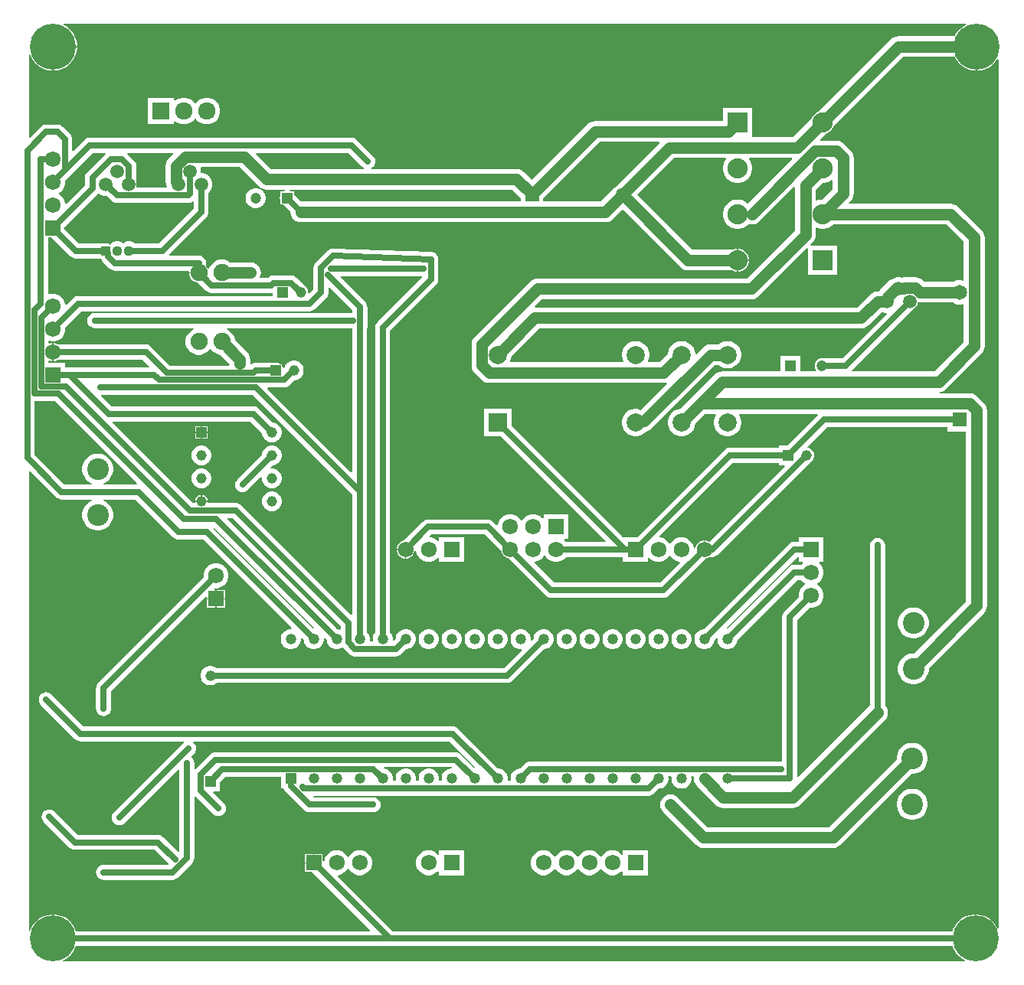
<source format=gbr>
G04*
G04 #@! TF.GenerationSoftware,Altium Limited,Altium Designer,22.4.2 (48)*
G04*
G04 Layer_Physical_Order=2*
G04 Layer_Color=16711680*
%FSLAX25Y25*%
%MOIN*%
G70*
G04*
G04 #@! TF.SameCoordinates,C5E8B2FC-1F32-4D00-A684-16CD1971BE58*
G04*
G04*
G04 #@! TF.FilePolarity,Positive*
G04*
G01*
G75*
%ADD27R,0.07874X0.07874*%
%ADD28C,0.07874*%
%ADD53C,0.05000*%
%ADD54C,0.02500*%
%ADD56C,0.20000*%
%ADD57C,0.05906*%
%ADD58R,0.05906X0.05906*%
%ADD59C,0.06791*%
%ADD60R,0.06791X0.06791*%
%ADD61C,0.04661*%
%ADD62R,0.04661X0.04661*%
%ADD63R,0.06791X0.06791*%
%ADD64R,0.04528X0.04528*%
%ADD65C,0.04528*%
%ADD66R,0.04528X0.04528*%
%ADD67R,0.04724X0.04724*%
%ADD68C,0.04724*%
%ADD69C,0.04559*%
%ADD70R,0.04559X0.04559*%
%ADD71C,0.08799*%
%ADD72R,0.08799X0.08799*%
%ADD73C,0.09449*%
%ADD74C,0.06496*%
%ADD75R,0.06496X0.06496*%
%ADD76C,0.07559*%
%ADD77R,0.07559X0.07559*%
%ADD78C,0.04409*%
%ADD79R,0.04409X0.04409*%
%ADD80C,0.07500*%
%ADD81C,0.02362*%
G36*
X510517Y511500D02*
X509497Y510980D01*
X508160Y510009D01*
X506991Y508840D01*
X506020Y507503D01*
X505528Y506539D01*
X481000D01*
X481000Y506539D01*
X479825Y506384D01*
X478731Y505931D01*
X477791Y505209D01*
X446161Y473580D01*
X446109Y473566D01*
X444992Y472921D01*
X444079Y472008D01*
X443434Y470891D01*
X443420Y470839D01*
X435120Y462539D01*
X417874D01*
X417400Y462600D01*
Y475400D01*
X404600D01*
Y469539D01*
X349000D01*
X347825Y469384D01*
X346731Y468931D01*
X345791Y468209D01*
X321500Y443919D01*
X318009Y447409D01*
X317069Y448131D01*
X315975Y448584D01*
X314800Y448739D01*
X251860D01*
X251786Y448884D01*
X251727Y449239D01*
X252318Y449692D01*
X252839Y450371D01*
X253166Y451162D01*
X253278Y452010D01*
X253166Y452859D01*
X252839Y453649D01*
X252318Y454328D01*
X245328Y461318D01*
X244649Y461839D01*
X243859Y462166D01*
X243434Y462222D01*
X243010Y462278D01*
X129000D01*
X128152Y462166D01*
X127361Y461839D01*
X126682Y461318D01*
X121940Y456576D01*
X121478Y456767D01*
Y461600D01*
X121366Y462448D01*
X121039Y463239D01*
X120518Y463918D01*
X117318Y467118D01*
X116639Y467639D01*
X115848Y467966D01*
X115424Y468022D01*
X115000Y468078D01*
X110000D01*
X109576Y468022D01*
X109152Y467966D01*
X108361Y467639D01*
X107682Y467118D01*
X102962Y462398D01*
X102500Y462589D01*
Y498719D01*
X103000Y498798D01*
X103269Y497969D01*
X104020Y496497D01*
X104991Y495160D01*
X106160Y493991D01*
X107497Y493020D01*
X108969Y492269D01*
X110541Y491758D01*
X112174Y491500D01*
X112750D01*
Y502000D01*
X113000D01*
Y502250D01*
X123500D01*
Y502826D01*
X123241Y504459D01*
X122731Y506031D01*
X121980Y507503D01*
X121009Y508840D01*
X119840Y510009D01*
X118503Y510980D01*
X117483Y511500D01*
X117604Y512000D01*
X510396D01*
X510517Y511500D01*
D02*
G37*
G36*
X515250Y491500D02*
X515826D01*
X517459Y491758D01*
X519031Y492269D01*
X520503Y493020D01*
X521840Y493991D01*
X523009Y495160D01*
X523980Y496497D01*
X524014Y496562D01*
X524500Y496446D01*
Y118104D01*
X524000Y117983D01*
X523480Y119003D01*
X522509Y120340D01*
X521340Y121509D01*
X520003Y122480D01*
X518531Y123231D01*
X516959Y123741D01*
X515326Y124000D01*
X514750D01*
Y113500D01*
X514250D01*
Y124000D01*
X513674D01*
X512041Y123741D01*
X510469Y123231D01*
X508997Y122480D01*
X507660Y121509D01*
X506491Y120340D01*
X505520Y119003D01*
X504769Y117531D01*
X504525Y116778D01*
X260858D01*
X236994Y140642D01*
X237090Y140877D01*
X237233Y141110D01*
X238583Y141472D01*
X239813Y142182D01*
X240818Y143187D01*
X241250Y143936D01*
X241750D01*
X242182Y143187D01*
X243187Y142182D01*
X244417Y141472D01*
X245790Y141104D01*
X247210D01*
X248583Y141472D01*
X249813Y142182D01*
X250818Y143187D01*
X251528Y144417D01*
X251896Y145790D01*
Y147210D01*
X251528Y148583D01*
X250818Y149813D01*
X249813Y150818D01*
X248583Y151528D01*
X247210Y151896D01*
X245790D01*
X244417Y151528D01*
X243187Y150818D01*
X242182Y149813D01*
X241750Y149064D01*
X241250D01*
X240818Y149813D01*
X239813Y150818D01*
X238583Y151528D01*
X237210Y151896D01*
X235790D01*
X234417Y151528D01*
X233187Y150818D01*
X232182Y149813D01*
X231472Y148583D01*
X231159Y147415D01*
X230648Y147205D01*
X230396Y147400D01*
Y150396D01*
X226750D01*
Y146500D01*
X226500D01*
Y146250D01*
X222604D01*
Y142604D01*
X225760D01*
X251124Y117240D01*
X250933Y116778D01*
X122975D01*
X122731Y117531D01*
X121980Y119003D01*
X121009Y120340D01*
X119840Y121509D01*
X118503Y122480D01*
X117031Y123231D01*
X115459Y123741D01*
X113826Y124000D01*
X113250D01*
Y113500D01*
X112750D01*
Y124000D01*
X112174D01*
X110541Y123741D01*
X108969Y123231D01*
X107497Y122480D01*
X106160Y121509D01*
X104991Y120340D01*
X104020Y119003D01*
X103269Y117531D01*
X103000Y116702D01*
X102500Y116781D01*
Y317011D01*
X102962Y317202D01*
X114482Y305682D01*
X115161Y305161D01*
X115952Y304834D01*
X116800Y304722D01*
X129850D01*
X129949Y304222D01*
X129315Y303959D01*
X128213Y303223D01*
X127277Y302287D01*
X126541Y301185D01*
X126034Y299961D01*
X125776Y298662D01*
Y297338D01*
X126034Y296039D01*
X126541Y294815D01*
X127277Y293713D01*
X128213Y292777D01*
X129315Y292041D01*
X130539Y291534D01*
X131838Y291276D01*
X133162D01*
X134461Y291534D01*
X135685Y292041D01*
X136787Y292777D01*
X137723Y293713D01*
X138459Y294815D01*
X138966Y296039D01*
X139224Y297338D01*
Y298662D01*
X138966Y299961D01*
X138459Y301185D01*
X137723Y302287D01*
X136787Y303223D01*
X135685Y303959D01*
X135051Y304222D01*
X135150Y304722D01*
X148942D01*
X165482Y288182D01*
X166161Y287661D01*
X166952Y287334D01*
X167800Y287222D01*
X178516D01*
X217033Y248705D01*
X216826Y248205D01*
X215930D01*
X214828Y247910D01*
X213841Y247339D01*
X213035Y246533D01*
X212464Y245546D01*
X212169Y244444D01*
Y243304D01*
X212464Y242202D01*
X213035Y241215D01*
X213841Y240409D01*
X214828Y239838D01*
X215930Y239543D01*
X217070D01*
X218172Y239838D01*
X219159Y240409D01*
X219965Y241215D01*
X220536Y242202D01*
X220831Y243304D01*
Y244200D01*
X221331Y244407D01*
X222169Y243569D01*
Y243304D01*
X222464Y242202D01*
X223035Y241215D01*
X223841Y240409D01*
X224828Y239838D01*
X225930Y239543D01*
X227070D01*
X228172Y239838D01*
X229159Y240409D01*
X229965Y241215D01*
X230536Y242202D01*
X230831Y243304D01*
Y244200D01*
X231331Y244407D01*
X232169Y243569D01*
Y243304D01*
X232464Y242202D01*
X233035Y241215D01*
X233841Y240409D01*
X234828Y239838D01*
X235930Y239543D01*
X237070D01*
X238172Y239838D01*
X239055Y240348D01*
X239182Y240182D01*
X241982Y237382D01*
X242661Y236861D01*
X243452Y236534D01*
X244300Y236422D01*
X262326D01*
X262750Y236478D01*
X263174Y236534D01*
X263965Y236861D01*
X264644Y237382D01*
X266805Y239543D01*
X267070D01*
X268172Y239838D01*
X269159Y240409D01*
X269965Y241215D01*
X270536Y242202D01*
X270831Y243304D01*
Y244444D01*
X270536Y245546D01*
X269965Y246533D01*
X269159Y247339D01*
X268172Y247910D01*
X267070Y248205D01*
X265930D01*
X264828Y247910D01*
X263841Y247339D01*
X263035Y246533D01*
X262464Y245546D01*
X262169Y244444D01*
Y244179D01*
X261331Y243341D01*
X260831Y243548D01*
Y244444D01*
X260536Y245546D01*
X259965Y246533D01*
X259778Y246721D01*
Y378242D01*
X279818Y398282D01*
X280339Y398961D01*
X280666Y399752D01*
X280778Y400600D01*
Y409400D01*
X280729Y409771D01*
X280693Y410144D01*
X280673Y410194D01*
X280666Y410248D01*
X280523Y410594D01*
X280391Y410945D01*
X280360Y410989D01*
X280339Y411039D01*
X280111Y411336D01*
X279893Y411640D01*
X279851Y411675D01*
X279818Y411718D01*
X279521Y411946D01*
X279232Y412183D01*
X279182Y412206D01*
X279139Y412239D01*
X278793Y412382D01*
X278452Y412537D01*
X278399Y412546D01*
X278348Y412566D01*
X277977Y412615D01*
X277608Y412676D01*
X235108Y414076D01*
X235054Y414071D01*
X235000Y414078D01*
X234629Y414029D01*
X234256Y413993D01*
X234206Y413973D01*
X234152Y413966D01*
X233806Y413823D01*
X233455Y413691D01*
X233411Y413660D01*
X233361Y413639D01*
X233064Y413411D01*
X232760Y413193D01*
X232725Y413151D01*
X232682Y413118D01*
X227382Y407818D01*
X226861Y407139D01*
X226534Y406348D01*
X226478Y405924D01*
X226422Y405500D01*
Y396358D01*
X224594Y394530D01*
X224121Y394764D01*
X224152Y395000D01*
X224040Y395848D01*
X223713Y396639D01*
X223192Y397318D01*
X219092Y401418D01*
X218413Y401939D01*
X217622Y402266D01*
X217198Y402322D01*
X216774Y402378D01*
X209000D01*
X208152Y402266D01*
X207361Y401939D01*
X206682Y401418D01*
X206542Y401278D01*
X203400D01*
X203123Y401694D01*
X203384Y402325D01*
X203539Y403500D01*
X203384Y404675D01*
X202931Y405769D01*
X202209Y406709D01*
X201269Y407431D01*
X200175Y407884D01*
X199000Y408039D01*
X190093D01*
X190031Y408101D01*
X188719Y408858D01*
X187257Y409250D01*
X185743D01*
X184281Y408858D01*
X182969Y408101D01*
X181899Y407031D01*
X181142Y405719D01*
X180982Y405124D01*
X180465D01*
X180460Y405140D01*
X179901Y406110D01*
X179778Y406232D01*
Y407700D01*
X179666Y408548D01*
X179339Y409339D01*
X178818Y410018D01*
X178139Y410539D01*
X177348Y410866D01*
X176500Y410978D01*
X163767D01*
X163576Y411440D01*
X179818Y427682D01*
X180339Y428361D01*
X180666Y429152D01*
X180722Y429576D01*
X180778Y430000D01*
Y438274D01*
X181463Y438959D01*
X182115Y440088D01*
X182453Y441348D01*
Y442652D01*
X182115Y443912D01*
X181463Y445041D01*
X180541Y445963D01*
X179412Y446615D01*
X178152Y446953D01*
X177453D01*
Y448152D01*
X177236Y448961D01*
X177620Y449461D01*
X194320D01*
X202791Y440991D01*
X203731Y440269D01*
X204825Y439816D01*
X206000Y439661D01*
X214085D01*
X214152Y439166D01*
X213417Y438862D01*
X212138D01*
Y437583D01*
X211834Y436848D01*
X211722Y436000D01*
X211834Y435152D01*
X212138Y434417D01*
Y433138D01*
X213226D01*
X216476Y429888D01*
X216616Y428825D01*
X217069Y427731D01*
X217791Y426791D01*
X218731Y426069D01*
X219825Y425616D01*
X221000Y425461D01*
X353370D01*
X354545Y425616D01*
X355639Y426069D01*
X356579Y426791D01*
X360870Y431081D01*
X386161Y405791D01*
X387101Y405069D01*
X388195Y404616D01*
X389370Y404461D01*
X389370Y404461D01*
X409062D01*
X409109Y404434D01*
X410355Y404100D01*
X410750D01*
Y409000D01*
Y413900D01*
X410355D01*
X409109Y413566D01*
X409062Y413539D01*
X391250D01*
X367289Y437500D01*
X383250Y453461D01*
X405769D01*
X405950Y452961D01*
X405329Y452031D01*
X404846Y450867D01*
X404600Y449630D01*
Y448370D01*
X404846Y447133D01*
X405329Y445969D01*
X406029Y444920D01*
X406920Y444029D01*
X407969Y443329D01*
X409133Y442846D01*
X410370Y442600D01*
X411630D01*
X412867Y442846D01*
X414031Y443329D01*
X415079Y444029D01*
X415971Y444920D01*
X416671Y445969D01*
X417154Y447133D01*
X417400Y448370D01*
Y449630D01*
X417154Y450867D01*
X416671Y452031D01*
X416050Y452961D01*
X416231Y453461D01*
X434589D01*
X434780Y452999D01*
X415416Y433635D01*
X415079Y433971D01*
X414031Y434671D01*
X412867Y435154D01*
X411630Y435400D01*
X410370D01*
X409133Y435154D01*
X407969Y434671D01*
X406920Y433971D01*
X406029Y433079D01*
X405329Y432031D01*
X404846Y430867D01*
X404600Y429630D01*
Y428370D01*
X404846Y427133D01*
X405329Y425969D01*
X406029Y424921D01*
X406920Y424029D01*
X407969Y423329D01*
X409133Y422846D01*
X410370Y422600D01*
X411630D01*
X412867Y422846D01*
X414031Y423329D01*
X415079Y424029D01*
X415771Y424721D01*
X416025Y424616D01*
X417200Y424461D01*
X418375Y424616D01*
X419469Y425069D01*
X420409Y425791D01*
X435499Y440880D01*
X435961Y440689D01*
Y421880D01*
X415120Y401039D01*
X324000D01*
X324000Y401039D01*
X322825Y400884D01*
X321731Y400431D01*
X320791Y399709D01*
X320791Y399709D01*
X296519Y375438D01*
X295798Y374498D01*
X295344Y373403D01*
X295190Y372228D01*
Y363201D01*
X295344Y362026D01*
X295798Y360931D01*
X296519Y359991D01*
X299720Y356791D01*
X300660Y356069D01*
X301754Y355616D01*
X302929Y355461D01*
X378823D01*
X379989Y355615D01*
X380007Y355601D01*
X380268Y355187D01*
X368819Y343738D01*
X368318Y343945D01*
X367171Y344173D01*
X366002D01*
X364855Y343945D01*
X363774Y343497D01*
X362802Y342848D01*
X361975Y342021D01*
X361325Y341048D01*
X360878Y339968D01*
X360650Y338821D01*
Y337651D01*
X360878Y336504D01*
X361325Y335424D01*
X361975Y334452D01*
X362802Y333625D01*
X363774Y332975D01*
X364855Y332527D01*
X366002Y332299D01*
X367171D01*
X368318Y332527D01*
X369399Y332975D01*
X370371Y333625D01*
X371101Y334355D01*
X371461Y334402D01*
X372556Y334856D01*
X373496Y335577D01*
X401144Y363225D01*
X402729D01*
X402802Y363152D01*
X403774Y362503D01*
X404855Y362055D01*
X406002Y361827D01*
X407171D01*
X408318Y362055D01*
X409399Y362503D01*
X410371Y363152D01*
X411198Y363979D01*
X411848Y364952D01*
X412295Y366032D01*
X412524Y367179D01*
Y368349D01*
X412295Y369496D01*
X411848Y370576D01*
X411198Y371548D01*
X410371Y372375D01*
X409399Y373025D01*
X408318Y373473D01*
X407171Y373701D01*
X406002D01*
X404855Y373473D01*
X403774Y373025D01*
X402802Y372375D01*
X402729Y372303D01*
X399264D01*
X398089Y372148D01*
X396994Y371694D01*
X396054Y370973D01*
X396054Y370973D01*
X392986Y367904D01*
X392524Y368096D01*
Y368349D01*
X392296Y369496D01*
X391848Y370576D01*
X391198Y371548D01*
X390371Y372375D01*
X389399Y373025D01*
X388318Y373473D01*
X387171Y373701D01*
X386002D01*
X384855Y373473D01*
X383774Y373025D01*
X382802Y372375D01*
X381975Y371548D01*
X381325Y370576D01*
X380878Y369496D01*
X380650Y368349D01*
Y368246D01*
X376943Y364539D01*
X372089D01*
X371884Y365039D01*
X372295Y366032D01*
X372524Y367179D01*
Y368349D01*
X372295Y369496D01*
X371848Y370576D01*
X371198Y371548D01*
X370371Y372375D01*
X369399Y373025D01*
X368318Y373473D01*
X367171Y373701D01*
X366002D01*
X364855Y373473D01*
X363774Y373025D01*
X362802Y372375D01*
X361975Y371548D01*
X361325Y370576D01*
X360878Y369496D01*
X360650Y368349D01*
Y367179D01*
X360878Y366032D01*
X361289Y365039D01*
X361085Y364539D01*
X312167D01*
X311963Y365039D01*
X312374Y366032D01*
X312602Y367179D01*
Y367282D01*
X324582Y379261D01*
X464800D01*
X465975Y379416D01*
X467069Y379869D01*
X468009Y380591D01*
X473707Y386288D01*
X474450D01*
X475348Y386047D01*
X475758D01*
X475949Y385585D01*
X456642Y366278D01*
X447780D01*
X446931Y366166D01*
X446141Y365839D01*
X445462Y365318D01*
X444941Y364639D01*
X444613Y363848D01*
X444502Y363000D01*
X444613Y362152D01*
X444941Y361361D01*
X445188Y361039D01*
X444941Y360539D01*
X438362D01*
Y367362D01*
X429638D01*
Y360539D01*
X404350D01*
X403176Y360384D01*
X402081Y359931D01*
X401141Y359209D01*
X391641Y349709D01*
X386105Y344173D01*
X386002D01*
X384855Y343945D01*
X383774Y343497D01*
X382802Y342848D01*
X381975Y342021D01*
X381325Y341048D01*
X380878Y339968D01*
X380650Y338821D01*
Y337651D01*
X380878Y336504D01*
X381325Y335424D01*
X381975Y334452D01*
X382802Y333625D01*
X383774Y332975D01*
X384855Y332527D01*
X386002Y332299D01*
X387171D01*
X388318Y332527D01*
X389399Y332975D01*
X390371Y333625D01*
X391198Y334452D01*
X391848Y335424D01*
X392296Y336504D01*
X392524Y337651D01*
Y337754D01*
X396730Y341961D01*
X401405D01*
X401641Y341520D01*
X401325Y341048D01*
X400878Y339968D01*
X400650Y338821D01*
Y337651D01*
X400878Y336504D01*
X401325Y335424D01*
X401975Y334452D01*
X402802Y333625D01*
X403774Y332975D01*
X404855Y332527D01*
X406002Y332299D01*
X407171D01*
X408318Y332527D01*
X409399Y332975D01*
X410371Y333625D01*
X411198Y334452D01*
X411848Y335424D01*
X412295Y336504D01*
X412524Y337651D01*
Y338821D01*
X412295Y339968D01*
X411848Y341048D01*
X411533Y341520D01*
X411768Y341961D01*
X445744D01*
X445951Y341461D01*
X432754Y328264D01*
X428862D01*
Y327278D01*
X407500D01*
X406652Y327166D01*
X405861Y326839D01*
X405182Y326318D01*
X367260Y288396D01*
X361142D01*
X312602Y336935D01*
Y344173D01*
X300728D01*
Y332299D01*
X307967D01*
X353526Y286740D01*
X353334Y286278D01*
X336338D01*
X336318Y286313D01*
X335526Y287104D01*
X335733Y287604D01*
X337396D01*
Y298396D01*
X326604D01*
Y296733D01*
X326104Y296526D01*
X325313Y297318D01*
X324083Y298028D01*
X322710Y298396D01*
X321290D01*
X319917Y298028D01*
X318687Y297318D01*
X317682Y296313D01*
X317250Y295564D01*
X316750D01*
X316318Y296313D01*
X315313Y297318D01*
X314083Y298028D01*
X312710Y298396D01*
X311290D01*
X309917Y298028D01*
X308687Y297318D01*
X307682Y296313D01*
X306972Y295083D01*
X306610Y293733D01*
X306377Y293590D01*
X306142Y293494D01*
X304518Y295118D01*
X303839Y295639D01*
X303048Y295966D01*
X302624Y296022D01*
X302200Y296078D01*
X276300D01*
X275452Y295966D01*
X274661Y295639D01*
X273982Y295118D01*
X265677Y286812D01*
X264996Y286630D01*
X264108Y286117D01*
X263383Y285392D01*
X262870Y284504D01*
X262604Y283513D01*
Y283250D01*
X266500D01*
Y283000D01*
X266750D01*
Y279104D01*
X267013D01*
X268004Y279370D01*
X268892Y279883D01*
X269617Y280608D01*
X270130Y281496D01*
X270312Y282177D01*
X270642Y282506D01*
X270877Y282410D01*
X271110Y282267D01*
X271472Y280917D01*
X272182Y279687D01*
X273187Y278682D01*
X274417Y277972D01*
X275790Y277604D01*
X277210D01*
X278583Y277972D01*
X279813Y278682D01*
X280604Y279474D01*
X281104Y279267D01*
Y277604D01*
X291896D01*
Y288396D01*
X281104D01*
Y286733D01*
X280604Y286526D01*
X279813Y287318D01*
X278583Y288028D01*
X277233Y288390D01*
X277091Y288623D01*
X276993Y288858D01*
X277658Y289522D01*
X300842D01*
X308188Y282177D01*
X308370Y281496D01*
X308883Y280608D01*
X309608Y279883D01*
X310496Y279370D01*
X311177Y279187D01*
X327482Y262882D01*
X328161Y262361D01*
X328952Y262034D01*
X329376Y261978D01*
X329800Y261922D01*
X378700D01*
X379124Y261978D01*
X379548Y262034D01*
X380339Y262361D01*
X381018Y262882D01*
X397323Y279187D01*
X398004Y279370D01*
X398614Y279722D01*
X400000D01*
X400424Y279778D01*
X400848Y279834D01*
X401639Y280161D01*
X402318Y280682D01*
X443318Y321682D01*
X443839Y322361D01*
X444166Y323152D01*
X444278Y324000D01*
X444166Y324848D01*
X443839Y325639D01*
X443318Y326318D01*
X442639Y326839D01*
X441848Y327166D01*
X441596Y327200D01*
X441435Y327673D01*
X449972Y336210D01*
X502252D01*
Y334240D01*
X510461D01*
Y260380D01*
X487806Y237724D01*
X486838D01*
X485539Y237466D01*
X484315Y236959D01*
X483213Y236223D01*
X482277Y235287D01*
X481541Y234185D01*
X481034Y232961D01*
X480776Y231662D01*
Y230338D01*
X481034Y229039D01*
X481541Y227815D01*
X482277Y226713D01*
X483213Y225777D01*
X484315Y225041D01*
X485539Y224534D01*
X486838Y224276D01*
X488162D01*
X489461Y224534D01*
X490685Y225041D01*
X491787Y225777D01*
X492723Y226713D01*
X493459Y227815D01*
X493966Y229039D01*
X494224Y230338D01*
Y231306D01*
X518209Y255291D01*
X518931Y256231D01*
X519384Y257325D01*
X519539Y258500D01*
Y343571D01*
X519384Y344746D01*
X518931Y345840D01*
X518209Y346780D01*
X515280Y349709D01*
X514340Y350431D01*
X513246Y350884D01*
X512071Y351039D01*
X499123D01*
X499090Y351539D01*
X499675Y351616D01*
X500769Y352069D01*
X501709Y352791D01*
X517209Y368291D01*
X517931Y369231D01*
X518384Y370325D01*
X518539Y371500D01*
Y418800D01*
X518384Y419975D01*
X517931Y421069D01*
X517209Y422009D01*
X507009Y432209D01*
X506069Y432931D01*
X504975Y433384D01*
X503800Y433539D01*
X459611D01*
X459420Y434001D01*
X460209Y434791D01*
X460931Y435731D01*
X461384Y436825D01*
X461539Y438000D01*
Y453571D01*
X461384Y454746D01*
X460931Y455840D01*
X460209Y456780D01*
X457280Y459709D01*
X456340Y460431D01*
X455246Y460884D01*
X454071Y461039D01*
X447111D01*
X446920Y461501D01*
X449839Y464420D01*
X449891Y464434D01*
X451008Y465079D01*
X451921Y465992D01*
X452566Y467109D01*
X452580Y467161D01*
X482880Y497461D01*
X505528D01*
X506020Y496497D01*
X506991Y495160D01*
X508160Y493991D01*
X509497Y493020D01*
X510969Y492269D01*
X512541Y491758D01*
X514174Y491500D01*
X514750D01*
Y502000D01*
X515250D01*
Y491500D01*
D02*
G37*
G36*
X247682Y449692D02*
X248273Y449239D01*
X248214Y448884D01*
X248140Y448739D01*
X207880D01*
X201359Y455260D01*
X201550Y455722D01*
X241652D01*
X247682Y449692D01*
D02*
G37*
G36*
X165423Y455260D02*
X163338Y453175D01*
X162617Y452235D01*
X162163Y451140D01*
X162008Y449966D01*
Y443198D01*
X162163Y442023D01*
X162596Y440978D01*
X162477Y440652D01*
X162389Y440478D01*
X149606D01*
X149284Y440978D01*
X149453Y441608D01*
Y441813D01*
X146000D01*
Y442313D01*
X149453D01*
Y442518D01*
X149278Y443170D01*
Y450000D01*
X149222Y450424D01*
X149166Y450848D01*
X148839Y451639D01*
X148318Y452318D01*
X145414Y455222D01*
X145550Y455722D01*
X165231D01*
X165423Y455260D01*
D02*
G37*
G36*
X452461Y443769D02*
Y439880D01*
X447981Y435400D01*
X447370D01*
X446133Y435154D01*
X445455Y434872D01*
X445039Y435150D01*
Y439620D01*
X448019Y442600D01*
X448630D01*
X449867Y442846D01*
X451031Y443329D01*
X451961Y443950D01*
X452461Y443769D01*
D02*
G37*
G36*
X376950Y459999D02*
X357661Y440709D01*
X351490Y434539D01*
X326453D01*
Y436034D01*
X350880Y460461D01*
X376759D01*
X376950Y459999D01*
D02*
G37*
G36*
X316547Y436034D02*
Y434539D01*
X221097D01*
X217862Y437774D01*
Y438862D01*
X216583D01*
X215848Y439166D01*
X215915Y439661D01*
X312920D01*
X316547Y436034D01*
D02*
G37*
G36*
X135886Y455222D02*
X127982Y447318D01*
X127461Y446639D01*
X127134Y445848D01*
X127078Y445424D01*
X127022Y445000D01*
Y441658D01*
X118858Y433494D01*
X118623Y433591D01*
X118390Y433733D01*
X118028Y435083D01*
X117318Y436313D01*
X116313Y437318D01*
X115564Y437750D01*
Y438250D01*
X116313Y438682D01*
X117318Y439687D01*
X118028Y440917D01*
X118396Y442290D01*
Y443710D01*
X118385Y443749D01*
X120518Y445882D01*
X130358Y455722D01*
X135750D01*
X135886Y455222D01*
D02*
G37*
G36*
X509461Y416920D02*
Y400318D01*
X509064Y400014D01*
X508191Y400248D01*
X506809D01*
X505474Y399890D01*
X504865Y399539D01*
X492299D01*
X491675Y400162D01*
X490735Y400883D01*
X489640Y401337D01*
X488466Y401492D01*
X483534D01*
X482360Y401337D01*
X482251Y401292D01*
X481652Y401453D01*
X480348D01*
X479088Y401115D01*
X478138Y400567D01*
X477392Y400257D01*
X476452Y399536D01*
X472964Y396048D01*
X472440Y395366D01*
X471827D01*
X471827Y395366D01*
X470652Y395211D01*
X469557Y394758D01*
X468617Y394036D01*
X468617Y394036D01*
X462920Y388339D01*
X322965D01*
X322758Y388839D01*
X325880Y391961D01*
X417000D01*
X418175Y392116D01*
X419269Y392569D01*
X420209Y393291D01*
X441139Y414220D01*
X441600Y414028D01*
Y402600D01*
X454400D01*
Y415400D01*
X442972D01*
X442780Y415862D01*
X443709Y416791D01*
X444431Y417731D01*
X444884Y418825D01*
X445039Y420000D01*
Y422850D01*
X445455Y423128D01*
X446133Y422846D01*
X447370Y422600D01*
X448630D01*
X449867Y422846D01*
X451031Y423329D01*
X452079Y424029D01*
X452512Y424461D01*
X501920D01*
X509461Y416920D01*
D02*
G37*
G36*
X134088Y437448D02*
X135348Y437110D01*
X136317D01*
X138545Y434882D01*
X139224Y434361D01*
X140015Y434034D01*
X140439Y433978D01*
X140863Y433922D01*
X171900D01*
X172324Y433978D01*
X172748Y434034D01*
X173539Y434361D01*
X173722Y434502D01*
X174222Y434255D01*
Y431358D01*
X159142Y416278D01*
X148668D01*
X148582Y416365D01*
X147623Y416918D01*
X146554Y417205D01*
X145446D01*
X144377Y416918D01*
X143500Y416412D01*
X142623Y416918D01*
X141554Y417205D01*
X140446D01*
X139377Y416918D01*
X138418Y416365D01*
X137782Y415729D01*
X137639Y415839D01*
X136848Y416166D01*
X136424Y416222D01*
X136000Y416278D01*
X124358D01*
X117636Y423000D01*
X132618Y437982D01*
X132695Y438083D01*
X132959Y438100D01*
X134088Y437448D01*
D02*
G37*
G36*
X120682Y410682D02*
X121361Y410161D01*
X122152Y409834D01*
X123000Y409722D01*
X133887D01*
X134161Y409061D01*
X134682Y408382D01*
X137682Y405382D01*
X138361Y404861D01*
X139152Y404534D01*
X139576Y404478D01*
X140000Y404422D01*
X171972D01*
X172250Y404060D01*
Y403750D01*
X176500D01*
Y403250D01*
X172250D01*
Y402941D01*
X172540Y401860D01*
X173099Y400890D01*
X173890Y400099D01*
X174860Y399540D01*
X175941Y399250D01*
X176114D01*
X179682Y395682D01*
X180361Y395161D01*
X181152Y394834D01*
X182000Y394722D01*
X207900D01*
X208236Y394766D01*
X208545Y394621D01*
X208736Y394453D01*
Y393278D01*
X124000D01*
X123576Y393222D01*
X123152Y393166D01*
X122361Y392839D01*
X121682Y392318D01*
X118858Y389493D01*
X118623Y389591D01*
X118390Y389733D01*
X118028Y391083D01*
X117318Y392313D01*
X116313Y393318D01*
X115083Y394028D01*
X113710Y394396D01*
X112290D01*
X111475Y394177D01*
X111078Y394482D01*
Y419104D01*
X112260D01*
X120682Y410682D01*
D02*
G37*
G36*
X243322Y387242D02*
Y385978D01*
X131200D01*
X130352Y385866D01*
X129561Y385539D01*
X128882Y385018D01*
X128361Y384339D01*
X128034Y383548D01*
X127922Y382700D01*
X128034Y381852D01*
X128361Y381061D01*
X128882Y380382D01*
X129561Y379861D01*
X130352Y379534D01*
X131200Y379422D01*
X174453D01*
X174519Y378922D01*
X174281Y378858D01*
X172969Y378101D01*
X171899Y377031D01*
X171142Y375719D01*
X170750Y374257D01*
Y372743D01*
X171142Y371281D01*
X171899Y369969D01*
X172969Y368899D01*
X174281Y368142D01*
X175743Y367750D01*
X177257D01*
X178719Y368142D01*
X180031Y368899D01*
X181101Y369969D01*
X181250Y370227D01*
X181750D01*
X181899Y369969D01*
X182969Y368899D01*
X184281Y368142D01*
X185743Y367750D01*
X185831D01*
X189277Y364304D01*
X189282Y364300D01*
X189913Y363669D01*
X189938Y363479D01*
X189609Y363103D01*
X164033D01*
X155818Y371318D01*
X155139Y371839D01*
X154348Y372166D01*
X153924Y372222D01*
X153500Y372278D01*
X115114D01*
X114504Y372630D01*
X113513Y372896D01*
X113250D01*
Y369000D01*
Y365104D01*
X113513D01*
X114504Y365370D01*
X115114Y365722D01*
X152142D01*
X155124Y362740D01*
X154933Y362278D01*
X118396D01*
Y364396D01*
X111132D01*
Y365067D01*
X111632Y365333D01*
X112487Y365104D01*
X112750D01*
Y369000D01*
Y372896D01*
X112487D01*
X111632Y372667D01*
X111132Y372933D01*
Y373504D01*
X111529Y373808D01*
X112290Y373604D01*
X113710D01*
X115083Y373972D01*
X116313Y374682D01*
X117318Y375687D01*
X118028Y376917D01*
X118396Y378290D01*
Y379710D01*
X118385Y379749D01*
X125358Y386722D01*
X224700D01*
X225124Y386778D01*
X225548Y386834D01*
X226339Y387161D01*
X227018Y387682D01*
X232018Y392682D01*
X232539Y393361D01*
X232866Y394152D01*
X232978Y395000D01*
Y396933D01*
X233440Y397124D01*
X243322Y387242D01*
D02*
G37*
G36*
X490418Y390461D02*
X504865D01*
X505474Y390110D01*
X506809Y389752D01*
X508191D01*
X509064Y389986D01*
X509461Y389682D01*
Y373380D01*
X496620Y360539D01*
X460882D01*
X460675Y361039D01*
X487535Y387900D01*
X488120Y388237D01*
X488763Y388880D01*
X489218Y389667D01*
X489453Y390545D01*
X489495Y390583D01*
X490418Y390461D01*
D02*
G37*
G36*
X243222Y307042D02*
Y254667D01*
X242760Y254476D01*
X195018Y302218D01*
X194339Y302739D01*
X193548Y303066D01*
X193124Y303122D01*
X192700Y303178D01*
X180694D01*
X180390Y303575D01*
X180405Y303634D01*
Y303750D01*
X174846D01*
Y303634D01*
X174862Y303575D01*
X174558Y303178D01*
X174046D01*
X138964Y338260D01*
X139155Y338722D01*
X199016D01*
X204095Y333644D01*
Y333437D01*
X204386Y332348D01*
X204949Y331372D01*
X205746Y330575D01*
X206722Y330012D01*
X207811Y329720D01*
X208937D01*
X210026Y330012D01*
X211002Y330575D01*
X211799Y331372D01*
X212362Y332348D01*
X212653Y333437D01*
Y334563D01*
X212362Y335652D01*
X211799Y336628D01*
X211002Y337424D01*
X210026Y337988D01*
X208937Y338280D01*
X208730D01*
X202692Y344318D01*
X202013Y344839D01*
X201222Y345166D01*
X200798Y345222D01*
X200374Y345278D01*
X138520D01*
X133876Y349922D01*
X134083Y350422D01*
X199842D01*
X243222Y307042D01*
D02*
G37*
G36*
Y316967D02*
X242760Y316776D01*
X206451Y353085D01*
X206643Y353547D01*
X213545D01*
X213969Y353602D01*
X214393Y353658D01*
X215184Y353986D01*
X215862Y354507D01*
X218092Y356736D01*
X218435D01*
X219520Y357027D01*
X220492Y357588D01*
X221286Y358382D01*
X221847Y359354D01*
X222138Y360439D01*
Y361561D01*
X221847Y362646D01*
X221286Y363618D01*
X220492Y364412D01*
X219520Y364973D01*
X218435Y365264D01*
X217313D01*
X216228Y364973D01*
X215256Y364412D01*
X214462Y363618D01*
X213901Y362646D01*
X213676Y361807D01*
X213167Y361841D01*
X213166Y361848D01*
X212839Y362639D01*
X212764Y362737D01*
Y363764D01*
X211737D01*
X211639Y363839D01*
X210848Y364166D01*
X210000Y364278D01*
X201400D01*
X200976Y364222D01*
X200552Y364166D01*
X199761Y363839D01*
X199372Y363540D01*
X198903Y363811D01*
X198938Y364075D01*
Y365602D01*
X198783Y366777D01*
X198329Y367872D01*
X197608Y368812D01*
X197608Y368812D01*
X192250Y374170D01*
Y374257D01*
X191858Y375719D01*
X191101Y377031D01*
X190031Y378101D01*
X188719Y378858D01*
X188481Y378922D01*
X188547Y379422D01*
X243222D01*
Y316967D01*
D02*
G37*
G36*
X149819Y311778D02*
X149612Y311278D01*
X135150D01*
X135051Y311778D01*
X135685Y312041D01*
X136787Y312777D01*
X137723Y313713D01*
X138459Y314815D01*
X138966Y316039D01*
X139224Y317338D01*
Y318662D01*
X138966Y319961D01*
X138459Y321185D01*
X137723Y322287D01*
X136787Y323223D01*
X135685Y323959D01*
X134461Y324466D01*
X133162Y324724D01*
X131838D01*
X130539Y324466D01*
X129315Y323959D01*
X128213Y323223D01*
X127277Y322287D01*
X126541Y321185D01*
X126034Y319961D01*
X125776Y318662D01*
Y317338D01*
X126034Y316039D01*
X126541Y314815D01*
X127277Y313713D01*
X128213Y312777D01*
X129315Y312041D01*
X129949Y311778D01*
X129850Y311278D01*
X118158D01*
X105132Y324304D01*
Y347576D01*
X114021D01*
X149819Y311778D01*
D02*
G37*
G36*
X428862Y319736D02*
X431447D01*
X431638Y319274D01*
X398642Y286278D01*
X398614D01*
X398004Y286630D01*
X397013Y286896D01*
X396750D01*
Y283000D01*
X396250D01*
Y286896D01*
X395987D01*
X394996Y286630D01*
X394108Y286117D01*
X393383Y285392D01*
X392870Y284504D01*
X392688Y283823D01*
X392358Y283493D01*
X392123Y283591D01*
X391890Y283733D01*
X391528Y285083D01*
X390818Y286313D01*
X389813Y287318D01*
X388583Y288028D01*
X387210Y288396D01*
X385790D01*
X384417Y288028D01*
X383187Y287318D01*
X382182Y286313D01*
X381750Y285564D01*
X381250D01*
X380818Y286313D01*
X379813Y287318D01*
X378583Y288028D01*
X377233Y288390D01*
X377091Y288623D01*
X376993Y288858D01*
X408858Y320722D01*
X428862D01*
Y319736D01*
D02*
G37*
G36*
X382182Y279687D02*
X383187Y278682D01*
X384417Y277972D01*
X385767Y277610D01*
X385910Y277377D01*
X386006Y277142D01*
X377342Y268478D01*
X331158D01*
X322494Y277142D01*
X322590Y277377D01*
X322733Y277610D01*
X324083Y277972D01*
X325313Y278682D01*
X326318Y279687D01*
X326750Y280436D01*
X327250D01*
X327682Y279687D01*
X328687Y278682D01*
X329917Y277972D01*
X331290Y277604D01*
X332710D01*
X334083Y277972D01*
X335313Y278682D01*
X336318Y279687D01*
X336338Y279722D01*
X361104D01*
Y277604D01*
X371896D01*
Y279267D01*
X372396Y279474D01*
X373187Y278682D01*
X374417Y277972D01*
X375790Y277604D01*
X377210D01*
X378583Y277972D01*
X379813Y278682D01*
X380818Y279687D01*
X381250Y280436D01*
X381750D01*
X382182Y279687D01*
D02*
G37*
G36*
X226620Y249118D02*
X226455Y248576D01*
X226437Y248572D01*
X182898Y292112D01*
X183063Y292654D01*
X183080Y292658D01*
X226620Y249118D01*
D02*
G37*
G36*
X238222Y249742D02*
Y248414D01*
X237722Y248030D01*
X237070Y248205D01*
X236805D01*
X188850Y296160D01*
X189041Y296622D01*
X191342D01*
X238222Y249742D01*
D02*
G37*
G36*
X273786Y401522D02*
X254182Y381918D01*
X253661Y381239D01*
X253334Y380448D01*
X253278Y380024D01*
X253222Y379600D01*
Y246721D01*
X253035Y246533D01*
X252464Y245546D01*
X252169Y244444D01*
Y243304D01*
X251919Y242978D01*
X251081D01*
X250831Y243304D01*
Y244444D01*
X250536Y245546D01*
X249965Y246533D01*
X249778Y246721D01*
Y308400D01*
Y379009D01*
X249878Y379769D01*
Y388600D01*
X249822Y389024D01*
X249766Y389448D01*
X249439Y390239D01*
X248918Y390918D01*
X238276Y401560D01*
X238467Y402022D01*
X273579D01*
X273786Y401522D01*
D02*
G37*
G36*
X504769Y109469D02*
X505520Y107997D01*
X506491Y106660D01*
X507660Y105491D01*
X508997Y104520D01*
X510017Y104000D01*
X509897Y103500D01*
X117604D01*
X117483Y104000D01*
X118503Y104520D01*
X119840Y105491D01*
X121009Y106660D01*
X121980Y107997D01*
X122731Y109469D01*
X122975Y110222D01*
X504525D01*
X504769Y109469D01*
D02*
G37*
%LPC*%
G36*
X123500Y501750D02*
X113250D01*
Y491500D01*
X113826D01*
X115459Y491758D01*
X117031Y492269D01*
X118503Y493020D01*
X119840Y493991D01*
X121009Y495160D01*
X121980Y496497D01*
X122731Y497969D01*
X123241Y499541D01*
X123500Y501174D01*
Y501750D01*
D02*
G37*
G36*
X180761Y479779D02*
X179239D01*
X177769Y479386D01*
X176451Y478625D01*
X175375Y477549D01*
X175250Y477332D01*
X174750D01*
X174625Y477549D01*
X173549Y478625D01*
X172231Y479386D01*
X170761Y479779D01*
X169239D01*
X167769Y479386D01*
X166451Y478625D01*
X166242Y478415D01*
X165779Y478606D01*
Y479779D01*
X154220D01*
Y468221D01*
X165779D01*
Y469394D01*
X166242Y469585D01*
X166451Y469375D01*
X167769Y468614D01*
X169239Y468221D01*
X170761D01*
X172231Y468614D01*
X173549Y469375D01*
X174625Y470451D01*
X174750Y470668D01*
X175250D01*
X175375Y470451D01*
X176451Y469375D01*
X177769Y468614D01*
X179239Y468221D01*
X180761D01*
X182231Y468614D01*
X183549Y469375D01*
X184625Y470451D01*
X185386Y471769D01*
X185780Y473239D01*
Y474761D01*
X185386Y476231D01*
X184625Y477549D01*
X183549Y478625D01*
X182231Y479386D01*
X180761Y479779D01*
D02*
G37*
G36*
X201795Y440362D02*
X200646D01*
X199537Y440065D01*
X198542Y439491D01*
X197730Y438678D01*
X197155Y437684D01*
X196858Y436574D01*
Y435426D01*
X197155Y434316D01*
X197730Y433322D01*
X198542Y432509D01*
X199537Y431935D01*
X200646Y431638D01*
X201795D01*
X202904Y431935D01*
X203899Y432509D01*
X204711Y433322D01*
X205285Y434316D01*
X205583Y435426D01*
Y436574D01*
X205285Y437684D01*
X204711Y438678D01*
X203899Y439491D01*
X202904Y440065D01*
X201795Y440362D01*
D02*
G37*
G36*
X411645Y413900D02*
X411250D01*
Y409250D01*
X415900D01*
Y409645D01*
X415566Y410891D01*
X414921Y412008D01*
X414008Y412921D01*
X412891Y413566D01*
X411645Y413900D01*
D02*
G37*
G36*
X415900Y408750D02*
X411250D01*
Y404100D01*
X411645D01*
X412891Y404434D01*
X414008Y405079D01*
X414921Y405992D01*
X415566Y407109D01*
X415900Y408355D01*
Y408750D01*
D02*
G37*
G36*
X266250Y282750D02*
X262604D01*
Y282487D01*
X262870Y281496D01*
X263383Y280608D01*
X264108Y279883D01*
X264996Y279370D01*
X265987Y279104D01*
X266250D01*
Y282750D01*
D02*
G37*
G36*
X187896Y265396D02*
X184250D01*
Y261750D01*
X187896D01*
Y265396D01*
D02*
G37*
G36*
X184710Y276896D02*
X183290D01*
X181917Y276528D01*
X180687Y275818D01*
X179682Y274813D01*
X178972Y273583D01*
X178604Y272210D01*
Y270790D01*
X178615Y270751D01*
X132737Y224873D01*
X132216Y224194D01*
X131889Y223404D01*
X131833Y222979D01*
X131777Y222555D01*
Y213700D01*
X131889Y212852D01*
X132216Y212061D01*
X132737Y211382D01*
X133416Y210861D01*
X134207Y210534D01*
X135055Y210422D01*
X135904Y210534D01*
X136694Y210861D01*
X137373Y211382D01*
X137894Y212061D01*
X138222Y212852D01*
X138333Y213700D01*
Y221197D01*
X179642Y262507D01*
X180104Y262315D01*
Y261750D01*
X183750D01*
Y265396D01*
X183460D01*
X183345Y265528D01*
X183224Y265896D01*
X183400Y266104D01*
X184710D01*
X186083Y266472D01*
X187313Y267182D01*
X188318Y268187D01*
X189028Y269417D01*
X189396Y270790D01*
Y272210D01*
X189028Y273583D01*
X188318Y274813D01*
X187313Y275818D01*
X186083Y276528D01*
X184710Y276896D01*
D02*
G37*
G36*
X187896Y261250D02*
X184250D01*
Y257604D01*
X187896D01*
Y261250D01*
D02*
G37*
G36*
X183750D02*
X180104D01*
Y257604D01*
X183750D01*
Y261250D01*
D02*
G37*
G36*
X488162Y257724D02*
X486838D01*
X485539Y257466D01*
X484315Y256959D01*
X483213Y256223D01*
X482277Y255287D01*
X481541Y254185D01*
X481034Y252961D01*
X480776Y251662D01*
Y250338D01*
X481034Y249039D01*
X481541Y247815D01*
X482277Y246713D01*
X483213Y245777D01*
X484315Y245041D01*
X485539Y244534D01*
X486838Y244276D01*
X488162D01*
X489461Y244534D01*
X490685Y245041D01*
X491787Y245777D01*
X492723Y246713D01*
X493459Y247815D01*
X493966Y249039D01*
X494224Y250338D01*
Y251662D01*
X493966Y252961D01*
X493459Y254185D01*
X492723Y255287D01*
X491787Y256223D01*
X490685Y256959D01*
X489461Y257466D01*
X488162Y257724D01*
D02*
G37*
G36*
X327070Y248205D02*
X325930D01*
X324828Y247910D01*
X323841Y247339D01*
X323035Y246533D01*
X322464Y245546D01*
X322169Y244444D01*
Y244179D01*
X321331Y243340D01*
X320831Y243548D01*
Y244444D01*
X320536Y245546D01*
X319965Y246533D01*
X319159Y247339D01*
X318172Y247910D01*
X317070Y248205D01*
X315930D01*
X314828Y247910D01*
X313841Y247339D01*
X313035Y246533D01*
X312464Y245546D01*
X312169Y244444D01*
Y243304D01*
X312464Y242202D01*
X313035Y241215D01*
X313841Y240409D01*
X314828Y239838D01*
X315930Y239543D01*
X316826D01*
X317033Y239043D01*
X309331Y231341D01*
X184252D01*
X184118Y231475D01*
X183146Y232036D01*
X182061Y232327D01*
X180939D01*
X179854Y232036D01*
X178882Y231475D01*
X178088Y230681D01*
X177527Y229709D01*
X177236Y228624D01*
Y227502D01*
X177527Y226417D01*
X178088Y225445D01*
X178882Y224651D01*
X179854Y224090D01*
X180939Y223799D01*
X182061D01*
X183146Y224090D01*
X184118Y224651D01*
X184252Y224785D01*
X310689D01*
X311113Y224841D01*
X311537Y224897D01*
X312328Y225224D01*
X313007Y225745D01*
X326805Y239543D01*
X327070D01*
X328172Y239838D01*
X329159Y240409D01*
X329965Y241215D01*
X330536Y242202D01*
X330831Y243304D01*
Y244444D01*
X330536Y245546D01*
X329965Y246533D01*
X329159Y247339D01*
X328172Y247910D01*
X327070Y248205D01*
D02*
G37*
G36*
X387070D02*
X385930D01*
X384828Y247910D01*
X383841Y247339D01*
X383035Y246533D01*
X382464Y245546D01*
X382169Y244444D01*
Y243304D01*
X382464Y242202D01*
X383035Y241215D01*
X383841Y240409D01*
X384828Y239838D01*
X385930Y239543D01*
X387070D01*
X388172Y239838D01*
X389159Y240409D01*
X389965Y241215D01*
X390536Y242202D01*
X390831Y243304D01*
Y244444D01*
X390536Y245546D01*
X389965Y246533D01*
X389159Y247339D01*
X388172Y247910D01*
X387070Y248205D01*
D02*
G37*
G36*
X377070D02*
X375930D01*
X374828Y247910D01*
X373841Y247339D01*
X373035Y246533D01*
X372464Y245546D01*
X372169Y244444D01*
Y243304D01*
X372464Y242202D01*
X373035Y241215D01*
X373841Y240409D01*
X374828Y239838D01*
X375930Y239543D01*
X377070D01*
X378172Y239838D01*
X379159Y240409D01*
X379965Y241215D01*
X380536Y242202D01*
X380831Y243304D01*
Y244444D01*
X380536Y245546D01*
X379965Y246533D01*
X379159Y247339D01*
X378172Y247910D01*
X377070Y248205D01*
D02*
G37*
G36*
X367070D02*
X365930D01*
X364828Y247910D01*
X363841Y247339D01*
X363035Y246533D01*
X362464Y245546D01*
X362169Y244444D01*
Y243304D01*
X362464Y242202D01*
X363035Y241215D01*
X363841Y240409D01*
X364828Y239838D01*
X365930Y239543D01*
X367070D01*
X368172Y239838D01*
X369159Y240409D01*
X369965Y241215D01*
X370536Y242202D01*
X370831Y243304D01*
Y244444D01*
X370536Y245546D01*
X369965Y246533D01*
X369159Y247339D01*
X368172Y247910D01*
X367070Y248205D01*
D02*
G37*
G36*
X357070D02*
X355930D01*
X354828Y247910D01*
X353841Y247339D01*
X353035Y246533D01*
X352464Y245546D01*
X352169Y244444D01*
Y243304D01*
X352464Y242202D01*
X353035Y241215D01*
X353841Y240409D01*
X354828Y239838D01*
X355930Y239543D01*
X357070D01*
X358172Y239838D01*
X359159Y240409D01*
X359965Y241215D01*
X360536Y242202D01*
X360831Y243304D01*
Y244444D01*
X360536Y245546D01*
X359965Y246533D01*
X359159Y247339D01*
X358172Y247910D01*
X357070Y248205D01*
D02*
G37*
G36*
X347070D02*
X345930D01*
X344828Y247910D01*
X343841Y247339D01*
X343035Y246533D01*
X342464Y245546D01*
X342169Y244444D01*
Y243304D01*
X342464Y242202D01*
X343035Y241215D01*
X343841Y240409D01*
X344828Y239838D01*
X345930Y239543D01*
X347070D01*
X348172Y239838D01*
X349159Y240409D01*
X349965Y241215D01*
X350536Y242202D01*
X350831Y243304D01*
Y244444D01*
X350536Y245546D01*
X349965Y246533D01*
X349159Y247339D01*
X348172Y247910D01*
X347070Y248205D01*
D02*
G37*
G36*
X337070D02*
X335930D01*
X334828Y247910D01*
X333841Y247339D01*
X333035Y246533D01*
X332464Y245546D01*
X332169Y244444D01*
Y243304D01*
X332464Y242202D01*
X333035Y241215D01*
X333841Y240409D01*
X334828Y239838D01*
X335930Y239543D01*
X337070D01*
X338172Y239838D01*
X339159Y240409D01*
X339965Y241215D01*
X340536Y242202D01*
X340831Y243304D01*
Y244444D01*
X340536Y245546D01*
X339965Y246533D01*
X339159Y247339D01*
X338172Y247910D01*
X337070Y248205D01*
D02*
G37*
G36*
X307070D02*
X305930D01*
X304828Y247910D01*
X303841Y247339D01*
X303035Y246533D01*
X302464Y245546D01*
X302169Y244444D01*
Y243304D01*
X302464Y242202D01*
X303035Y241215D01*
X303841Y240409D01*
X304828Y239838D01*
X305930Y239543D01*
X307070D01*
X308172Y239838D01*
X309159Y240409D01*
X309965Y241215D01*
X310536Y242202D01*
X310831Y243304D01*
Y244444D01*
X310536Y245546D01*
X309965Y246533D01*
X309159Y247339D01*
X308172Y247910D01*
X307070Y248205D01*
D02*
G37*
G36*
X297070D02*
X295930D01*
X294828Y247910D01*
X293841Y247339D01*
X293035Y246533D01*
X292464Y245546D01*
X292169Y244444D01*
Y243304D01*
X292464Y242202D01*
X293035Y241215D01*
X293841Y240409D01*
X294828Y239838D01*
X295930Y239543D01*
X297070D01*
X298172Y239838D01*
X299159Y240409D01*
X299965Y241215D01*
X300536Y242202D01*
X300831Y243304D01*
Y244444D01*
X300536Y245546D01*
X299965Y246533D01*
X299159Y247339D01*
X298172Y247910D01*
X297070Y248205D01*
D02*
G37*
G36*
X287070D02*
X285930D01*
X284828Y247910D01*
X283841Y247339D01*
X283035Y246533D01*
X282464Y245546D01*
X282169Y244444D01*
Y243304D01*
X282464Y242202D01*
X283035Y241215D01*
X283841Y240409D01*
X284828Y239838D01*
X285930Y239543D01*
X287070D01*
X288172Y239838D01*
X289159Y240409D01*
X289965Y241215D01*
X290536Y242202D01*
X290831Y243304D01*
Y244444D01*
X290536Y245546D01*
X289965Y246533D01*
X289159Y247339D01*
X288172Y247910D01*
X287070Y248205D01*
D02*
G37*
G36*
X277070D02*
X275930D01*
X274828Y247910D01*
X273841Y247339D01*
X273035Y246533D01*
X272464Y245546D01*
X272169Y244444D01*
Y243304D01*
X272464Y242202D01*
X273035Y241215D01*
X273841Y240409D01*
X274828Y239838D01*
X275930Y239543D01*
X277070D01*
X278172Y239838D01*
X279159Y240409D01*
X279965Y241215D01*
X280536Y242202D01*
X280831Y243304D01*
Y244444D01*
X280536Y245546D01*
X279965Y246533D01*
X279159Y247339D01*
X278172Y247910D01*
X277070Y248205D01*
D02*
G37*
G36*
X448396Y288396D02*
X437604D01*
Y286278D01*
X435626D01*
X435202Y286222D01*
X434778Y286166D01*
X433987Y285839D01*
X433308Y285318D01*
X396195Y248205D01*
X395930D01*
X394828Y247910D01*
X393841Y247339D01*
X393035Y246533D01*
X392464Y245546D01*
X392169Y244444D01*
Y243304D01*
X392464Y242202D01*
X393035Y241215D01*
X393841Y240409D01*
X394828Y239838D01*
X395930Y239543D01*
X397070D01*
X398172Y239838D01*
X399159Y240409D01*
X399965Y241215D01*
X400536Y242202D01*
X400831Y243304D01*
Y243569D01*
X401669Y244408D01*
X402169Y244200D01*
Y243304D01*
X402464Y242202D01*
X403035Y241215D01*
X403841Y240409D01*
X404828Y239838D01*
X405930Y239543D01*
X407070D01*
X408172Y239838D01*
X409159Y240409D01*
X409965Y241215D01*
X410536Y242202D01*
X410831Y243304D01*
Y243569D01*
X436984Y269722D01*
X438662D01*
X438682Y269687D01*
X439687Y268682D01*
X440436Y268250D01*
Y267750D01*
X439687Y267318D01*
X438682Y266313D01*
X437972Y265083D01*
X437604Y263710D01*
Y262290D01*
X437615Y262251D01*
X431382Y256018D01*
X430861Y255339D01*
X430534Y254548D01*
X430478Y254124D01*
X430422Y253700D01*
Y190960D01*
X430100Y190678D01*
X320774D01*
X320350Y190622D01*
X319926Y190566D01*
X319135Y190239D01*
X318456Y189718D01*
X316195Y187457D01*
X315930D01*
X314828Y187162D01*
X313841Y186591D01*
X313035Y185785D01*
X312464Y184798D01*
X312169Y183696D01*
Y182556D01*
X311956Y182278D01*
X311044D01*
X310831Y182556D01*
Y183696D01*
X310536Y184798D01*
X309965Y185785D01*
X309159Y186591D01*
X308172Y187162D01*
X307070Y187457D01*
X306805D01*
X289244Y205018D01*
X288565Y205539D01*
X287774Y205866D01*
X287350Y205922D01*
X286926Y205978D01*
X126368D01*
X112428Y219918D01*
X111749Y220439D01*
X110959Y220766D01*
X110110Y220878D01*
X109262Y220766D01*
X108471Y220439D01*
X107792Y219918D01*
X107271Y219239D01*
X106944Y218448D01*
X106832Y217600D01*
X106944Y216752D01*
X107271Y215961D01*
X107792Y215282D01*
X122692Y200382D01*
X123371Y199861D01*
X124162Y199534D01*
X125010Y199422D01*
X169878D01*
X170048Y198922D01*
X169782Y198718D01*
X139627Y168563D01*
X139106Y167884D01*
X138778Y167093D01*
X138667Y166245D01*
X138778Y165396D01*
X139106Y164606D01*
X139627Y163927D01*
X140306Y163406D01*
X141096Y163078D01*
X141945Y162967D01*
X142793Y163078D01*
X143584Y163406D01*
X144263Y163927D01*
X167560Y187224D01*
X168022Y187033D01*
Y151467D01*
X167560Y151276D01*
X161118Y157718D01*
X160439Y158239D01*
X159648Y158566D01*
X159224Y158622D01*
X158800Y158678D01*
X123868D01*
X113728Y168818D01*
X113049Y169339D01*
X112259Y169666D01*
X111410Y169778D01*
X110562Y169666D01*
X109771Y169339D01*
X109092Y168818D01*
X108571Y168139D01*
X108244Y167348D01*
X108132Y166500D01*
X108244Y165652D01*
X108571Y164861D01*
X109092Y164182D01*
X120192Y153082D01*
X120871Y152561D01*
X121662Y152234D01*
X122086Y152178D01*
X122510Y152122D01*
X157442D01*
X163486Y146078D01*
X163279Y145578D01*
X135055D01*
X134207Y145466D01*
X133416Y145139D01*
X132737Y144618D01*
X132216Y143939D01*
X131889Y143148D01*
X131777Y142300D01*
X131889Y141452D01*
X132216Y140661D01*
X132737Y139982D01*
X133416Y139461D01*
X134207Y139134D01*
X135055Y139022D01*
X165000D01*
X165424Y139078D01*
X165848Y139134D01*
X166639Y139461D01*
X167318Y139982D01*
X173618Y146282D01*
X174139Y146961D01*
X174466Y147752D01*
X174578Y148600D01*
Y175461D01*
X175051Y175622D01*
X175082Y175582D01*
X182737Y167927D01*
X183416Y167406D01*
X184207Y167078D01*
X185055Y166967D01*
X185904Y167078D01*
X186694Y167406D01*
X187373Y167927D01*
X187894Y168606D01*
X188222Y169396D01*
X188333Y170245D01*
X188222Y171093D01*
X187894Y171884D01*
X187373Y172563D01*
X182662Y177274D01*
X182853Y177736D01*
X185764D01*
Y181628D01*
X188158Y184022D01*
X212169D01*
Y178795D01*
X213481D01*
X213661Y178361D01*
X214182Y177682D01*
X222382Y169482D01*
X223061Y168961D01*
X223852Y168634D01*
X224276Y168578D01*
X224700Y168522D01*
X252400D01*
X253248Y168634D01*
X254039Y168961D01*
X254718Y169482D01*
X255239Y170161D01*
X255566Y170952D01*
X255678Y171800D01*
X255566Y172648D01*
X255239Y173439D01*
X254718Y174118D01*
X254039Y174639D01*
X253248Y174966D01*
X252400Y175078D01*
X226342D01*
X226237Y175222D01*
X226492Y175722D01*
X372374D01*
X372798Y175778D01*
X373222Y175834D01*
X374013Y176161D01*
X374692Y176682D01*
X376805Y178795D01*
X377070D01*
X378172Y179090D01*
X379159Y179661D01*
X379965Y180467D01*
X380536Y181454D01*
X380831Y182556D01*
Y183696D01*
X380823Y183725D01*
X381127Y184122D01*
X381873D01*
X382177Y183725D01*
X382169Y183696D01*
Y182556D01*
X382464Y181454D01*
X383035Y180467D01*
X383841Y179661D01*
X384828Y179090D01*
X385930Y178795D01*
X387070D01*
X388172Y179090D01*
X389159Y179661D01*
X389965Y180467D01*
X390536Y181454D01*
X390831Y182556D01*
Y183696D01*
X390823Y183725D01*
X391127Y184122D01*
X391713D01*
X392043Y183746D01*
X391961Y183126D01*
X392116Y181951D01*
X392569Y180857D01*
X393291Y179917D01*
X401517Y171691D01*
X402457Y170969D01*
X403551Y170516D01*
X404726Y170361D01*
X434900D01*
X436075Y170516D01*
X437169Y170969D01*
X438109Y171691D01*
X475109Y208691D01*
X475831Y209631D01*
X476284Y210725D01*
X476439Y211900D01*
X476284Y213075D01*
X475831Y214169D01*
X475178Y215020D01*
Y284800D01*
X475066Y285648D01*
X474739Y286439D01*
X474218Y287118D01*
X473539Y287639D01*
X472748Y287966D01*
X471900Y288078D01*
X471052Y287966D01*
X470261Y287639D01*
X469582Y287118D01*
X469061Y286439D01*
X468734Y285648D01*
X468622Y284800D01*
Y215041D01*
X437440Y183859D01*
X436978Y184050D01*
Y252342D01*
X442251Y257615D01*
X442290Y257604D01*
X443710D01*
X445083Y257972D01*
X446313Y258682D01*
X447318Y259687D01*
X448028Y260917D01*
X448396Y262290D01*
Y263710D01*
X448028Y265083D01*
X447318Y266313D01*
X446313Y267318D01*
X445564Y267750D01*
Y268250D01*
X446313Y268682D01*
X447318Y269687D01*
X448028Y270917D01*
X448396Y272290D01*
Y273710D01*
X448028Y275083D01*
X447318Y276313D01*
X446526Y277104D01*
X446733Y277604D01*
X448396D01*
Y288396D01*
D02*
G37*
G36*
X487662Y178724D02*
X486338D01*
X485039Y178466D01*
X483815Y177959D01*
X482713Y177223D01*
X481777Y176287D01*
X481041Y175185D01*
X480534Y173961D01*
X480276Y172662D01*
Y171338D01*
X480534Y170039D01*
X481041Y168815D01*
X481777Y167713D01*
X482713Y166777D01*
X483815Y166041D01*
X485039Y165534D01*
X486338Y165276D01*
X487662D01*
X488961Y165534D01*
X490185Y166041D01*
X491287Y166777D01*
X492223Y167713D01*
X492959Y168815D01*
X493466Y170039D01*
X493724Y171338D01*
Y172662D01*
X493466Y173961D01*
X492959Y175185D01*
X492223Y176287D01*
X491287Y177223D01*
X490185Y177959D01*
X488961Y178466D01*
X487662Y178724D01*
D02*
G37*
G36*
Y198724D02*
X486338D01*
X485039Y198466D01*
X483815Y197959D01*
X482713Y197223D01*
X481777Y196287D01*
X481041Y195185D01*
X480534Y193961D01*
X480276Y192662D01*
Y191694D01*
X450620Y162039D01*
X397980D01*
X385009Y175009D01*
X384069Y175731D01*
X382975Y176184D01*
X381800Y176339D01*
X380625Y176184D01*
X379531Y175731D01*
X378591Y175009D01*
X377869Y174069D01*
X377416Y172975D01*
X377261Y171800D01*
X377416Y170625D01*
X377869Y169531D01*
X378591Y168591D01*
X392891Y154291D01*
X392891Y154291D01*
X393831Y153569D01*
X394925Y153116D01*
X396100Y152961D01*
X452500D01*
X453675Y153116D01*
X454769Y153569D01*
X455709Y154291D01*
X486694Y185276D01*
X487662D01*
X488961Y185534D01*
X490185Y186041D01*
X491287Y186777D01*
X492223Y187713D01*
X492959Y188815D01*
X493466Y190039D01*
X493724Y191338D01*
Y192662D01*
X493466Y193961D01*
X492959Y195185D01*
X492223Y196287D01*
X491287Y197223D01*
X490185Y197959D01*
X488961Y198466D01*
X487662Y198724D01*
D02*
G37*
G36*
X291896Y151896D02*
X281104D01*
Y150233D01*
X280604Y150026D01*
X279813Y150818D01*
X278583Y151528D01*
X277210Y151896D01*
X275790D01*
X274417Y151528D01*
X273187Y150818D01*
X272182Y149813D01*
X271472Y148583D01*
X271104Y147210D01*
Y145790D01*
X271472Y144417D01*
X272182Y143187D01*
X273187Y142182D01*
X274417Y141472D01*
X275790Y141104D01*
X277210D01*
X278583Y141472D01*
X279813Y142182D01*
X280604Y142974D01*
X281104Y142767D01*
Y141104D01*
X291896D01*
Y151896D01*
D02*
G37*
G36*
X371896D02*
X361104D01*
Y150233D01*
X360604Y150026D01*
X359813Y150818D01*
X358583Y151528D01*
X357210Y151896D01*
X355790D01*
X354417Y151528D01*
X353187Y150818D01*
X352182Y149813D01*
X351750Y149064D01*
X351250D01*
X350818Y149813D01*
X349813Y150818D01*
X348583Y151528D01*
X347210Y151896D01*
X345790D01*
X344417Y151528D01*
X343187Y150818D01*
X342182Y149813D01*
X341750Y149064D01*
X341250D01*
X340818Y149813D01*
X339813Y150818D01*
X338583Y151528D01*
X337210Y151896D01*
X335790D01*
X334417Y151528D01*
X333187Y150818D01*
X332182Y149813D01*
X331750Y149064D01*
X331250D01*
X330818Y149813D01*
X329813Y150818D01*
X328583Y151528D01*
X327210Y151896D01*
X325790D01*
X324417Y151528D01*
X323187Y150818D01*
X322182Y149813D01*
X321472Y148583D01*
X321104Y147210D01*
Y145790D01*
X321472Y144417D01*
X322182Y143187D01*
X323187Y142182D01*
X324417Y141472D01*
X325790Y141104D01*
X327210D01*
X328583Y141472D01*
X329813Y142182D01*
X330818Y143187D01*
X331250Y143936D01*
X331750D01*
X332182Y143187D01*
X333187Y142182D01*
X334417Y141472D01*
X335790Y141104D01*
X337210D01*
X338583Y141472D01*
X339813Y142182D01*
X340818Y143187D01*
X341250Y143936D01*
X341750D01*
X342182Y143187D01*
X343187Y142182D01*
X344417Y141472D01*
X345790Y141104D01*
X347210D01*
X348583Y141472D01*
X349813Y142182D01*
X350818Y143187D01*
X351250Y143936D01*
X351750D01*
X352182Y143187D01*
X353187Y142182D01*
X354417Y141472D01*
X355790Y141104D01*
X357210D01*
X358583Y141472D01*
X359813Y142182D01*
X360604Y142974D01*
X361104Y142767D01*
Y141104D01*
X371896D01*
Y151896D01*
D02*
G37*
G36*
X226250Y150396D02*
X222604D01*
Y146750D01*
X226250D01*
Y150396D01*
D02*
G37*
%LPD*%
G36*
X437604Y277604D02*
X439267D01*
X439474Y277104D01*
X438682Y276313D01*
X438662Y276278D01*
X435626D01*
X434778Y276166D01*
X433987Y275839D01*
X433308Y275318D01*
X406563Y248572D01*
X406545Y248576D01*
X406380Y249118D01*
X436984Y279722D01*
X437604D01*
Y277604D01*
D02*
G37*
G36*
X296620Y188371D02*
X296455Y187828D01*
X296437Y187824D01*
X290544Y193718D01*
X289865Y194239D01*
X289074Y194566D01*
X288650Y194622D01*
X288226Y194678D01*
X183800D01*
X182952Y194566D01*
X182161Y194239D01*
X181482Y193718D01*
X175082Y187318D01*
X175051Y187278D01*
X174578Y187439D01*
Y190000D01*
X174466Y190848D01*
X174139Y191639D01*
X173618Y192318D01*
X173373Y192506D01*
X173340Y193005D01*
X174418Y194082D01*
X174939Y194761D01*
X175266Y195552D01*
X175378Y196400D01*
X175266Y197248D01*
X174939Y198039D01*
X174418Y198718D01*
X174152Y198922D01*
X174322Y199422D01*
X285568D01*
X296620Y188371D01*
D02*
G37*
G36*
X286676Y187957D02*
X286415Y187457D01*
X285930D01*
X284828Y187162D01*
X283841Y186591D01*
X283035Y185785D01*
X282464Y184798D01*
X282169Y183696D01*
Y182556D01*
X281956Y182278D01*
X281044D01*
X280831Y182556D01*
Y183696D01*
X280536Y184798D01*
X279965Y185785D01*
X279159Y186591D01*
X278172Y187162D01*
X277070Y187457D01*
X275930D01*
X274828Y187162D01*
X273841Y186591D01*
X273035Y185785D01*
X272464Y184798D01*
X272169Y183696D01*
Y182556D01*
X271956Y182278D01*
X271044D01*
X270831Y182556D01*
Y183696D01*
X270536Y184798D01*
X269965Y185785D01*
X269159Y186591D01*
X268172Y187162D01*
X267070Y187457D01*
X265930D01*
X264828Y187162D01*
X263841Y186591D01*
X263035Y185785D01*
X262464Y184798D01*
X262169Y183696D01*
Y182556D01*
X261956Y182278D01*
X261044D01*
X260831Y182556D01*
Y183696D01*
X260536Y184798D01*
X259965Y185785D01*
X259159Y186591D01*
X258172Y187162D01*
X257070Y187457D01*
X257052D01*
X256928Y187622D01*
X257179Y188122D01*
X286561D01*
X286676Y187957D01*
D02*
G37*
%LPC*%
G36*
X180405Y336779D02*
X177876D01*
Y334250D01*
X180405D01*
Y336779D01*
D02*
G37*
G36*
X177376D02*
X174846D01*
Y334250D01*
X177376D01*
Y336779D01*
D02*
G37*
G36*
X180405Y333750D02*
X177876D01*
Y331221D01*
X180405D01*
Y333750D01*
D02*
G37*
G36*
X177376D02*
X174846D01*
Y331221D01*
X177376D01*
Y333750D01*
D02*
G37*
G36*
X178189Y328279D02*
X177063D01*
X175974Y327988D01*
X174998Y327425D01*
X174202Y326628D01*
X173638Y325652D01*
X173346Y324563D01*
Y323437D01*
X173638Y322348D01*
X174202Y321372D01*
X174998Y320575D01*
X175974Y320012D01*
X177063Y319721D01*
X178189D01*
X179278Y320012D01*
X180254Y320575D01*
X181051Y321372D01*
X181614Y322348D01*
X181905Y323437D01*
Y324563D01*
X181614Y325652D01*
X181051Y326628D01*
X180254Y327425D01*
X179278Y327988D01*
X178189Y328279D01*
D02*
G37*
G36*
X208937D02*
X207811D01*
X206722Y327988D01*
X205746Y327425D01*
X204949Y326628D01*
X204386Y325652D01*
X204095Y324563D01*
Y324356D01*
X193182Y313444D01*
X192661Y312765D01*
X192334Y311974D01*
X192222Y311126D01*
X192334Y310278D01*
X192661Y309487D01*
X193182Y308808D01*
X193861Y308287D01*
X194652Y307960D01*
X195500Y307848D01*
X196348Y307960D01*
X197139Y308287D01*
X197818Y308808D01*
X203609Y314600D01*
X204095Y314377D01*
Y313437D01*
X204386Y312348D01*
X204949Y311372D01*
X205746Y310576D01*
X206722Y310012D01*
X207811Y309720D01*
X208937D01*
X210026Y310012D01*
X211002Y310576D01*
X211799Y311372D01*
X212362Y312348D01*
X212653Y313437D01*
Y314563D01*
X212362Y315652D01*
X211799Y316628D01*
X211002Y317425D01*
X210026Y317988D01*
X208937Y318280D01*
X207997D01*
X207774Y318764D01*
X208730Y319721D01*
X208937D01*
X210026Y320012D01*
X211002Y320575D01*
X211799Y321372D01*
X212362Y322348D01*
X212653Y323437D01*
Y324563D01*
X212362Y325652D01*
X211799Y326628D01*
X211002Y327425D01*
X210026Y327988D01*
X208937Y328279D01*
D02*
G37*
G36*
X178189Y318280D02*
X177063D01*
X175974Y317988D01*
X174998Y317425D01*
X174202Y316628D01*
X173638Y315652D01*
X173346Y314563D01*
Y313437D01*
X173638Y312348D01*
X174202Y311372D01*
X174998Y310576D01*
X175974Y310012D01*
X177063Y309720D01*
X178189D01*
X179278Y310012D01*
X180254Y310576D01*
X181051Y311372D01*
X181614Y312348D01*
X181905Y313437D01*
Y314563D01*
X181614Y315652D01*
X181051Y316628D01*
X180254Y317425D01*
X179278Y317988D01*
X178189Y318280D01*
D02*
G37*
G36*
X177992Y306780D02*
X177876D01*
Y304250D01*
X180405D01*
Y304366D01*
X180216Y305073D01*
X179850Y305707D01*
X179333Y306224D01*
X178699Y306590D01*
X177992Y306780D01*
D02*
G37*
G36*
X177376D02*
X177260D01*
X176553Y306590D01*
X175919Y306224D01*
X175402Y305707D01*
X175036Y305073D01*
X174846Y304366D01*
Y304250D01*
X177376D01*
Y306780D01*
D02*
G37*
G36*
X208937Y308279D02*
X207811D01*
X206722Y307988D01*
X205746Y307424D01*
X204949Y306628D01*
X204386Y305652D01*
X204095Y304563D01*
Y303437D01*
X204386Y302348D01*
X204949Y301372D01*
X205746Y300575D01*
X206722Y300012D01*
X207811Y299721D01*
X208937D01*
X210026Y300012D01*
X211002Y300575D01*
X211799Y301372D01*
X212362Y302348D01*
X212653Y303437D01*
Y304563D01*
X212362Y305652D01*
X211799Y306628D01*
X211002Y307424D01*
X210026Y307988D01*
X208937Y308279D01*
D02*
G37*
%LPD*%
D27*
X306665Y338236D02*
D03*
D28*
Y367764D02*
D03*
X386587Y338236D02*
D03*
X366587D02*
D03*
X406587D02*
D03*
Y367764D02*
D03*
X386587D02*
D03*
X366587D02*
D03*
D53*
X186500Y403500D02*
X199000D01*
X166547Y443198D02*
X167500Y442245D01*
X170581Y454000D02*
X196200D01*
X166547Y443198D02*
Y449966D01*
X167500Y442000D02*
Y442245D01*
X196200Y454000D02*
X206000Y444200D01*
X166547Y449966D02*
X170581Y454000D01*
X314800Y444200D02*
X321500Y437500D01*
X206000Y444200D02*
X314800D01*
X299728Y372228D02*
X324000Y396500D01*
X417000D02*
X440500Y420000D01*
X324000Y396500D02*
X417000D01*
X483534Y396953D02*
X488466D01*
X481173Y396673D02*
X483255D01*
X483534Y396953D01*
X481000Y396500D02*
X481173Y396673D01*
X488466Y396953D02*
X490418Y395000D01*
X507500D01*
X475827Y390827D02*
X476173Y391173D01*
X480648Y396327D02*
X480821Y396500D01*
X479661Y396327D02*
X480648D01*
X476173Y392839D02*
X479661Y396327D01*
X476173Y391173D02*
Y392839D01*
X186508Y373493D02*
X194399Y365602D01*
X186507Y373493D02*
X186508D01*
X194399Y364075D02*
Y365602D01*
X221000Y430000D02*
X353370D01*
X360870Y437500D01*
X389370Y409000D01*
X411000D01*
X360870Y437500D02*
X381370Y458000D01*
X437000D01*
X448000Y469000D01*
X481000Y502000D01*
X515000D01*
X487500Y231000D02*
X515000Y258500D01*
Y343571D01*
X512071Y346500D02*
X515000Y343571D01*
X394850Y346500D02*
X512071D01*
X404350Y356000D02*
X498500D01*
X514000Y371500D02*
Y418800D01*
X503800Y429000D02*
X514000Y418800D01*
X386587Y338236D02*
X394850Y346500D01*
X404350Y356000D01*
X498500D02*
X514000Y371500D01*
X448000Y429000D02*
X503800D01*
X448000D02*
X457000Y438000D01*
Y453571D01*
X454071Y456500D02*
X457000Y453571D01*
X444700Y456500D02*
X454071D01*
X417200Y429000D02*
X444700Y456500D01*
X378823Y360000D02*
X386587Y367764D01*
X302929Y360000D02*
X378823D01*
X299728Y363201D02*
X302929Y360000D01*
X299728Y363201D02*
Y372228D01*
X440500Y420000D02*
Y441500D01*
X448000Y449000D01*
X471827Y390827D02*
X475827D01*
X464800Y383800D02*
X471827Y390827D01*
X322702Y383800D02*
X464800D01*
X306665Y367764D02*
X322702Y383800D01*
X396500Y183126D02*
X404726Y174900D01*
X434900D01*
X471900Y211900D01*
X366587Y338236D02*
X367137Y338786D01*
X370286D01*
X399264Y367764D01*
X406587D01*
X381800Y171800D02*
X396100Y157500D01*
X452500D01*
X487000Y192000D01*
X186500Y373500D02*
X192487Y367513D01*
X321500Y437500D02*
X349000Y465000D01*
X407000D01*
X411000Y469000D01*
D54*
X129000Y459000D02*
X243010D01*
X118200Y448200D02*
X129000Y459000D01*
X243010D02*
X250000Y452010D01*
X153500Y369000D02*
X162675Y359825D01*
X157100Y359000D02*
X159275Y356825D01*
X162675Y359825D02*
X200225D01*
X201400Y361000D02*
X210000D01*
X213545Y356825D02*
X217720Y361000D01*
X217874D01*
X159275Y356825D02*
X213545D01*
X200225Y359825D02*
X201400Y361000D01*
X193515Y364959D02*
X194399Y364075D01*
Y364075D02*
Y364075D01*
X158800Y155400D02*
X166200Y148000D01*
X111410Y166500D02*
X122510Y155400D01*
X158800D01*
X140000Y407700D02*
X176500D01*
X131200Y382700D02*
X243600D01*
X181500Y182000D02*
X186800Y187300D01*
X252326D01*
X256500Y183126D01*
X200374Y342000D02*
X208374Y334000D01*
X137162Y342000D02*
X200374D01*
X120162Y359000D02*
X137162Y342000D01*
X113000Y359000D02*
X120162D01*
X157100D01*
X361902Y283000D02*
X366500D01*
X332000D02*
X361902D01*
X306665Y338236D02*
X361902Y283000D01*
X366500D02*
X407500Y324000D01*
X433126D01*
X448614Y339488D01*
X507500D01*
X226500Y146500D02*
X259500Y113500D01*
X113000D02*
X259500D01*
X514500D01*
X113000Y369000D02*
X153500D01*
X113000Y423000D02*
X123000Y413000D01*
X136000D01*
X113000Y423000D02*
X130300Y440300D01*
Y445000D01*
X138300Y453000D01*
X143000D01*
X146000Y450000D01*
Y442063D02*
Y450000D01*
X136000Y413000D02*
X137000Y412000D01*
Y410700D02*
Y412000D01*
Y410700D02*
X140000Y407700D01*
X176500Y403500D02*
Y407700D01*
Y403500D02*
X182000Y398000D01*
X207900D01*
X209000Y399100D01*
X216774D01*
X220874Y395000D01*
X215000Y436000D02*
X221000Y430000D01*
X458000Y363000D02*
X486000Y391000D01*
X447780Y363000D02*
X458000D01*
X400000Y283000D02*
X441000Y324000D01*
X396500Y283000D02*
X400000D01*
X378700Y265200D02*
X396500Y283000D01*
X329800Y265200D02*
X378700D01*
X312000Y283000D02*
X329800Y265200D01*
X302200Y292800D02*
X312000Y283000D01*
X276300Y292800D02*
X302200D01*
X266500Y283000D02*
X276300Y292800D01*
X411000Y429000D02*
X417200D01*
X107800Y453000D02*
X113000D01*
X107800Y390092D02*
Y453000D01*
X104854Y387146D02*
X107800Y390092D01*
X104854Y350854D02*
Y387146D01*
Y350854D02*
X115379D01*
X169930Y296304D01*
X184070D01*
X236500Y243874D01*
X179874Y290500D02*
X226500Y243874D01*
X167800Y290500D02*
X179874D01*
X150300Y308000D02*
X167800Y290500D01*
X116800Y308000D02*
X150300D01*
X101854Y322946D02*
X116800Y308000D01*
X101854Y322946D02*
Y456654D01*
X110000Y464800D01*
X115000D01*
X118200Y461600D01*
Y448200D02*
Y461600D01*
X113000Y443000D02*
X118200Y448200D01*
X133800Y353700D02*
X201200D01*
X246500Y308400D01*
X246600Y379769D02*
Y388600D01*
X232700Y402500D02*
X246600Y388600D01*
X246500Y243874D02*
Y308400D01*
Y379669D01*
X246600Y379769D01*
X234000Y405300D02*
X274445D01*
X177400Y177900D02*
X185055Y170245D01*
X177400Y177900D02*
Y185000D01*
X183800Y191400D01*
X288226D01*
X296500Y183126D01*
X372374Y179000D02*
X376500Y183126D01*
X222000Y179000D02*
X372374D01*
X221500Y179500D02*
X222000Y179000D01*
X110110Y217600D02*
X125010Y202700D01*
X286926D01*
X306500Y183126D01*
X181500Y228063D02*
X310689D01*
X326500Y243874D01*
X316500Y183126D02*
X320774Y187400D01*
X430100D01*
X135055Y142300D02*
X165000D01*
X171300Y148600D01*
Y190000D01*
X141945Y166245D02*
X172100Y196400D01*
X195500Y311126D02*
X208374Y324000D01*
X216500Y180000D02*
Y183126D01*
Y180000D02*
X224700Y171800D01*
X252400D01*
X471900Y211900D02*
Y284800D01*
X406500Y183126D02*
X433700D01*
Y253700D01*
X443000Y263000D01*
X406500Y243874D02*
X435626Y273000D01*
X443000D01*
X396500Y243874D02*
X435626Y283000D01*
X443000D01*
X107854Y383854D02*
X113000Y389000D01*
X107854Y353854D02*
Y383854D01*
Y353854D02*
X118734D01*
X172688Y299900D01*
X192700D01*
X241500Y251100D01*
Y242500D02*
Y251100D01*
Y242500D02*
X244300Y239700D01*
X262326D01*
X266500Y243874D01*
X113000Y379000D02*
X124000Y390000D01*
X224700D01*
X229700Y395000D01*
Y405500D01*
X235000Y410800D01*
X277500Y409400D01*
Y400600D02*
Y409400D01*
X256500Y379600D02*
X277500Y400600D01*
X256500Y243874D02*
Y379600D01*
X135055Y213700D02*
Y222555D01*
X184000Y271500D01*
X192487Y365987D02*
Y367513D01*
X136000Y442063D02*
X140863Y437200D01*
X171900D01*
X172500Y437800D01*
Y445937D01*
X146000Y413000D02*
X160500D01*
X177500Y430000D01*
Y442000D01*
D56*
X113000Y502000D02*
D03*
X514500Y113500D02*
D03*
X113000D02*
D03*
X515000Y502000D02*
D03*
D57*
X167500Y442000D02*
D03*
X172500Y447500D02*
D03*
X177500Y442000D02*
D03*
X136000Y442063D02*
D03*
X141000Y447563D02*
D03*
X146000Y442063D02*
D03*
X476000Y391000D02*
D03*
X481000Y396500D02*
D03*
X486000Y391000D02*
D03*
X360870Y437500D02*
D03*
D58*
X321500D02*
D03*
D59*
X396500Y283000D02*
D03*
X386500D02*
D03*
X376500D02*
D03*
X326500Y146500D02*
D03*
X336500D02*
D03*
X346500D02*
D03*
X356500D02*
D03*
X443000Y263000D02*
D03*
Y273000D02*
D03*
X266500Y283000D02*
D03*
X276500D02*
D03*
X332000D02*
D03*
X322000Y293000D02*
D03*
Y283000D02*
D03*
X312000Y293000D02*
D03*
Y283000D02*
D03*
X246500Y146500D02*
D03*
X236500D02*
D03*
X276500D02*
D03*
X113000Y389000D02*
D03*
Y379000D02*
D03*
Y369000D02*
D03*
Y453000D02*
D03*
Y443000D02*
D03*
Y433000D02*
D03*
X184000Y271500D02*
D03*
D60*
X366500Y283000D02*
D03*
Y146500D02*
D03*
X286500Y283000D02*
D03*
X332000Y293000D02*
D03*
X226500Y146500D02*
D03*
X286500D02*
D03*
D61*
X216500Y243874D02*
D03*
X226500D02*
D03*
X236500D02*
D03*
X246500D02*
D03*
X256500D02*
D03*
X266500D02*
D03*
X276500D02*
D03*
X286500D02*
D03*
X296500D02*
D03*
X306500D02*
D03*
X316500D02*
D03*
X326500D02*
D03*
X336500D02*
D03*
X346500D02*
D03*
X356500D02*
D03*
X366500D02*
D03*
X376500D02*
D03*
X386500D02*
D03*
X396500D02*
D03*
X406500D02*
D03*
Y183126D02*
D03*
X396500D02*
D03*
X386500D02*
D03*
X376500D02*
D03*
X366500D02*
D03*
X356500D02*
D03*
X346500D02*
D03*
X336500D02*
D03*
X326500D02*
D03*
X316500D02*
D03*
X306500D02*
D03*
X296500D02*
D03*
X286500D02*
D03*
X276500D02*
D03*
X266500D02*
D03*
X256500D02*
D03*
X246500D02*
D03*
X236500D02*
D03*
X226500D02*
D03*
D62*
X216500D02*
D03*
D63*
X443000Y283000D02*
D03*
X113000Y359000D02*
D03*
Y423000D02*
D03*
X184000Y261500D02*
D03*
D64*
X181500Y182000D02*
D03*
D65*
Y228063D02*
D03*
X220874Y395000D02*
D03*
X217874Y361000D02*
D03*
X441000Y324000D02*
D03*
D66*
X213000Y395000D02*
D03*
X210000Y361000D02*
D03*
X433126Y324000D02*
D03*
D67*
X215000Y436000D02*
D03*
X434000Y363000D02*
D03*
D68*
X201220Y436000D02*
D03*
X447780Y363000D02*
D03*
D69*
X208374Y334000D02*
D03*
Y324000D02*
D03*
Y314000D02*
D03*
Y304000D02*
D03*
X177626D02*
D03*
Y314000D02*
D03*
Y324000D02*
D03*
D70*
Y334000D02*
D03*
D71*
X448000Y469000D02*
D03*
Y449000D02*
D03*
Y429000D02*
D03*
X411000Y409000D02*
D03*
Y429000D02*
D03*
Y449000D02*
D03*
D72*
X448000Y409000D02*
D03*
X411000Y469000D02*
D03*
D73*
X487500Y231000D02*
D03*
Y251000D02*
D03*
X487000Y172000D02*
D03*
Y192000D02*
D03*
X132500Y318000D02*
D03*
Y298000D02*
D03*
D74*
X507500Y395000D02*
D03*
D75*
Y339488D02*
D03*
D76*
X180000Y474000D02*
D03*
X170000D02*
D03*
D77*
X160000D02*
D03*
D78*
X146000Y413000D02*
D03*
X141000D02*
D03*
D79*
X136000D02*
D03*
D80*
X176500Y373500D02*
D03*
X186500D02*
D03*
Y403500D02*
D03*
X176500D02*
D03*
D81*
X199000D02*
D03*
X194399Y364075D02*
D03*
X166200Y148000D02*
D03*
X131200Y382700D02*
D03*
X243600D02*
D03*
X250000Y452010D02*
D03*
X133800Y353700D02*
D03*
X232700Y402500D02*
D03*
X234000Y405300D02*
D03*
X274445D02*
D03*
X185055Y170245D02*
D03*
X111410Y166500D02*
D03*
X221500Y179500D02*
D03*
X110110Y217600D02*
D03*
X430100Y187400D02*
D03*
X135055Y142300D02*
D03*
X171300Y190000D02*
D03*
X141945Y166245D02*
D03*
X172100Y196400D02*
D03*
X195500Y311126D02*
D03*
X252400Y171800D02*
D03*
X471900Y284800D02*
D03*
X381800Y171800D02*
D03*
X135055Y213700D02*
D03*
M02*

</source>
